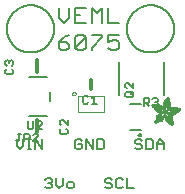
<source format=gbr>
G04 EAGLE Gerber RS-274X export*
G75*
%MOMM*%
%FSLAX34Y34*%
%LPD*%
%INSilkscreen Top*%
%IPPOS*%
%AMOC8*
5,1,8,0,0,1.08239X$1,22.5*%
G01*
%ADD10C,0.152400*%
%ADD11C,0.203200*%
%ADD12C,0.304800*%
%ADD13R,0.034300X0.003800*%
%ADD14R,0.057200X0.003800*%
%ADD15R,0.076200X0.003800*%
%ADD16R,0.091400X0.003800*%
%ADD17R,0.102900X0.003800*%
%ADD18R,0.114300X0.003900*%
%ADD19R,0.129500X0.003800*%
%ADD20R,0.137200X0.003800*%
%ADD21R,0.144800X0.003800*%
%ADD22R,0.152400X0.003800*%
%ADD23R,0.160000X0.003800*%
%ADD24R,0.171500X0.003800*%
%ADD25R,0.175300X0.003800*%
%ADD26R,0.182900X0.003800*%
%ADD27R,0.190500X0.003800*%
%ADD28R,0.194300X0.003900*%
%ADD29R,0.201900X0.003800*%
%ADD30R,0.209500X0.003800*%
%ADD31R,0.213400X0.003800*%
%ADD32R,0.221000X0.003800*%
%ADD33R,0.224800X0.003800*%
%ADD34R,0.232400X0.003800*%
%ADD35R,0.240000X0.003800*%
%ADD36R,0.243800X0.003800*%
%ADD37R,0.247600X0.003800*%
%ADD38R,0.255300X0.003900*%
%ADD39R,0.259100X0.003800*%
%ADD40R,0.262900X0.003800*%
%ADD41R,0.270500X0.003800*%
%ADD42R,0.274300X0.003800*%
%ADD43R,0.281900X0.003800*%
%ADD44R,0.285700X0.003800*%
%ADD45R,0.289500X0.003800*%
%ADD46R,0.297200X0.003800*%
%ADD47R,0.301000X0.003800*%
%ADD48R,0.304800X0.003900*%
%ADD49R,0.312400X0.003800*%
%ADD50R,0.316200X0.003800*%
%ADD51R,0.320000X0.003800*%
%ADD52R,0.327600X0.003800*%
%ADD53R,0.331500X0.003800*%
%ADD54R,0.339100X0.003800*%
%ADD55R,0.342900X0.003800*%
%ADD56R,0.346700X0.003800*%
%ADD57R,0.354300X0.003800*%
%ADD58R,0.358100X0.003900*%
%ADD59R,0.361900X0.003800*%
%ADD60R,0.369600X0.003800*%
%ADD61R,0.373400X0.003800*%
%ADD62R,0.377200X0.003800*%
%ADD63R,0.384800X0.003800*%
%ADD64R,0.388600X0.003800*%
%ADD65R,0.396200X0.003800*%
%ADD66R,0.400000X0.003800*%
%ADD67R,0.403800X0.003800*%
%ADD68R,0.411500X0.003900*%
%ADD69R,0.415300X0.003800*%
%ADD70R,0.419100X0.003800*%
%ADD71R,0.045700X0.003800*%
%ADD72R,0.426700X0.003800*%
%ADD73R,0.072400X0.003800*%
%ADD74R,0.430500X0.003800*%
%ADD75R,0.095300X0.003800*%
%ADD76R,0.438100X0.003800*%
%ADD77R,0.110500X0.003800*%
%ADD78R,0.441900X0.003800*%
%ADD79R,0.445800X0.003800*%
%ADD80R,0.144700X0.003800*%
%ADD81R,0.453400X0.003800*%
%ADD82R,0.457200X0.003800*%
%ADD83R,0.175300X0.003900*%
%ADD84R,0.461000X0.003900*%
%ADD85R,0.468600X0.003800*%
%ADD86R,0.205800X0.003800*%
%ADD87R,0.472400X0.003800*%
%ADD88R,0.217200X0.003800*%
%ADD89R,0.476200X0.003800*%
%ADD90R,0.483900X0.003800*%
%ADD91R,0.247700X0.003800*%
%ADD92R,0.487700X0.003800*%
%ADD93R,0.495300X0.003800*%
%ADD94R,0.499100X0.003800*%
%ADD95R,0.502900X0.003800*%
%ADD96R,0.510500X0.003800*%
%ADD97R,0.308600X0.003900*%
%ADD98R,0.514300X0.003900*%
%ADD99R,0.323800X0.003800*%
%ADD100R,0.518100X0.003800*%
%ADD101R,0.335300X0.003800*%
%ADD102R,0.525800X0.003800*%
%ADD103R,0.529600X0.003800*%
%ADD104R,0.358100X0.003800*%
%ADD105R,0.533400X0.003800*%
%ADD106R,0.537200X0.003800*%
%ADD107R,0.381000X0.003800*%
%ADD108R,0.544800X0.003800*%
%ADD109R,0.392400X0.003800*%
%ADD110R,0.548600X0.003800*%
%ADD111R,0.552400X0.003800*%
%ADD112R,0.556200X0.003800*%
%ADD113R,0.422900X0.003900*%
%ADD114R,0.560100X0.003900*%
%ADD115R,0.434300X0.003800*%
%ADD116R,0.563900X0.003800*%
%ADD117R,0.567700X0.003800*%
%ADD118R,0.461000X0.003800*%
%ADD119R,0.571500X0.003800*%
%ADD120R,0.575300X0.003800*%
%ADD121R,0.480100X0.003800*%
%ADD122R,0.579100X0.003800*%
%ADD123R,0.491500X0.003800*%
%ADD124R,0.582900X0.003800*%
%ADD125R,0.586700X0.003800*%
%ADD126R,0.510600X0.003800*%
%ADD127R,0.590500X0.003800*%
%ADD128R,0.522000X0.003800*%
%ADD129R,0.594300X0.003800*%
%ADD130R,0.533400X0.003900*%
%ADD131R,0.598200X0.003900*%
%ADD132R,0.541000X0.003800*%
%ADD133R,0.602000X0.003800*%
%ADD134R,0.552500X0.003800*%
%ADD135R,0.605800X0.003800*%
%ADD136R,0.560100X0.003800*%
%ADD137R,0.609600X0.003800*%
%ADD138R,0.613400X0.003800*%
%ADD139R,0.583000X0.003800*%
%ADD140R,0.617200X0.003800*%
%ADD141R,0.594400X0.003800*%
%ADD142R,0.621000X0.003800*%
%ADD143R,0.598200X0.003800*%
%ADD144R,0.624800X0.003800*%
%ADD145R,0.613500X0.003900*%
%ADD146R,0.628600X0.003900*%
%ADD147R,0.632400X0.003800*%
%ADD148R,0.628600X0.003800*%
%ADD149R,0.636300X0.003800*%
%ADD150R,0.640100X0.003800*%
%ADD151R,0.636200X0.003800*%
%ADD152R,0.643900X0.003800*%
%ADD153R,0.647700X0.003800*%
%ADD154R,0.651500X0.003800*%
%ADD155R,0.659100X0.003800*%
%ADD156R,0.659100X0.003900*%
%ADD157R,0.655300X0.003900*%
%ADD158R,0.662900X0.003800*%
%ADD159R,0.655300X0.003800*%
%ADD160R,0.670500X0.003800*%
%ADD161R,0.670600X0.003800*%
%ADD162R,0.674400X0.003800*%
%ADD163R,0.682000X0.003800*%
%ADD164R,0.666700X0.003800*%
%ADD165R,0.685800X0.003800*%
%ADD166R,0.689600X0.003800*%
%ADD167R,0.693400X0.003900*%
%ADD168R,0.674400X0.003900*%
%ADD169R,0.697200X0.003800*%
%ADD170R,0.678200X0.003800*%
%ADD171R,0.697300X0.003800*%
%ADD172R,0.701100X0.003800*%
%ADD173R,0.704900X0.003800*%
%ADD174R,0.708700X0.003800*%
%ADD175R,0.712500X0.003800*%
%ADD176R,0.716300X0.003800*%
%ADD177R,0.720100X0.003900*%
%ADD178R,0.689600X0.003900*%
%ADD179R,0.720000X0.003800*%
%ADD180R,0.693400X0.003800*%
%ADD181R,0.723900X0.003800*%
%ADD182R,0.727700X0.003800*%
%ADD183R,0.731500X0.003800*%
%ADD184R,0.701000X0.003800*%
%ADD185R,0.735300X0.003800*%
%ADD186R,0.731500X0.003900*%
%ADD187R,0.701000X0.003900*%
%ADD188R,0.704800X0.003800*%
%ADD189R,0.739100X0.003800*%
%ADD190R,0.743000X0.003800*%
%ADD191R,0.739200X0.003800*%
%ADD192R,0.743000X0.003900*%
%ADD193R,0.704800X0.003900*%
%ADD194R,0.746800X0.003800*%
%ADD195R,0.746800X0.003900*%
%ADD196R,0.742900X0.003800*%
%ADD197R,0.746700X0.003800*%
%ADD198R,0.746700X0.003900*%
%ADD199R,1.428800X0.003800*%
%ADD200R,1.424900X0.003800*%
%ADD201R,1.421100X0.003900*%
%ADD202R,1.421100X0.003800*%
%ADD203R,1.417300X0.003800*%
%ADD204R,1.413500X0.003800*%
%ADD205R,1.409700X0.003800*%
%ADD206R,1.405900X0.003800*%
%ADD207R,1.402100X0.003800*%
%ADD208R,1.398300X0.003800*%
%ADD209R,0.983000X0.003900*%
%ADD210R,0.384800X0.003900*%
%ADD211R,0.971600X0.003800*%
%ADD212R,0.963900X0.003800*%
%ADD213R,0.956300X0.003800*%
%ADD214R,0.365800X0.003800*%
%ADD215R,0.952500X0.003800*%
%ADD216R,0.941000X0.003800*%
%ADD217R,0.358200X0.003800*%
%ADD218R,0.937200X0.003800*%
%ADD219R,0.933400X0.003800*%
%ADD220R,0.354400X0.003800*%
%ADD221R,0.925800X0.003800*%
%ADD222R,0.350500X0.003800*%
%ADD223R,0.922000X0.003800*%
%ADD224R,0.918200X0.003900*%
%ADD225R,0.346700X0.003900*%
%ADD226R,0.910600X0.003800*%
%ADD227R,0.906800X0.003800*%
%ADD228R,0.903000X0.003800*%
%ADD229R,0.339000X0.003800*%
%ADD230R,0.895300X0.003800*%
%ADD231R,0.335200X0.003800*%
%ADD232R,0.887700X0.003800*%
%ADD233R,0.883900X0.003800*%
%ADD234R,0.331400X0.003800*%
%ADD235R,0.880100X0.003800*%
%ADD236R,0.876300X0.003800*%
%ADD237R,0.468600X0.003900*%
%ADD238R,0.396200X0.003900*%
%ADD239R,0.323800X0.003900*%
%ADD240R,0.449600X0.003800*%
%ADD241R,0.323900X0.003800*%
%ADD242R,0.442000X0.003800*%
%ADD243R,0.434400X0.003800*%
%ADD244R,0.320100X0.003800*%
%ADD245R,0.316300X0.003800*%
%ADD246R,0.426800X0.003800*%
%ADD247R,0.327700X0.003800*%
%ADD248R,0.312500X0.003800*%
%ADD249R,0.422900X0.003800*%
%ADD250R,0.308600X0.003800*%
%ADD251R,0.293400X0.003800*%
%ADD252R,0.304800X0.003800*%
%ADD253R,0.419100X0.003900*%
%ADD254R,0.285700X0.003900*%
%ADD255R,0.301000X0.003900*%
%ADD256R,0.411500X0.003800*%
%ADD257R,0.407700X0.003800*%
%ADD258R,0.289600X0.003800*%
%ADD259R,0.285800X0.003800*%
%ADD260R,0.403900X0.003800*%
%ADD261R,0.228600X0.003800*%
%ADD262R,0.403900X0.003900*%
%ADD263R,0.221000X0.003900*%
%ADD264R,0.278100X0.003900*%
%ADD265R,0.400100X0.003800*%
%ADD266R,0.209600X0.003800*%
%ADD267R,0.266700X0.003800*%
%ADD268R,0.038100X0.003800*%
%ADD269R,0.194300X0.003800*%
%ADD270R,0.148600X0.003800*%
%ADD271R,0.259000X0.003800*%
%ADD272R,0.182800X0.003800*%
%ADD273R,0.186700X0.003800*%
%ADD274R,0.251400X0.003800*%
%ADD275R,0.179100X0.003800*%
%ADD276R,0.236200X0.003800*%
%ADD277R,0.243900X0.003900*%
%ADD278R,0.282000X0.003900*%
%ADD279R,0.167700X0.003800*%
%ADD280R,0.236300X0.003800*%
%ADD281R,0.396300X0.003800*%
%ADD282R,0.163900X0.003800*%
%ADD283R,0.392500X0.003800*%
%ADD284R,0.160100X0.003800*%
%ADD285R,0.586800X0.003800*%
%ADD286R,0.148500X0.003800*%
%ADD287R,0.140900X0.003800*%
%ADD288R,0.392400X0.003900*%
%ADD289R,0.140900X0.003900*%
%ADD290R,0.647700X0.003900*%
%ADD291R,0.133300X0.003800*%
%ADD292R,0.674300X0.003800*%
%ADD293R,0.388700X0.003800*%
%ADD294R,0.125700X0.003800*%
%ADD295R,0.121900X0.003800*%
%ADD296R,0.720100X0.003800*%
%ADD297R,0.118100X0.003800*%
%ADD298R,0.118100X0.003900*%
%ADD299R,0.739100X0.003900*%
%ADD300R,0.114300X0.003800*%
%ADD301R,0.754400X0.003800*%
%ADD302R,0.765800X0.003800*%
%ADD303R,0.773400X0.003800*%
%ADD304R,0.784800X0.003800*%
%ADD305R,0.118200X0.003800*%
%ADD306R,0.792500X0.003800*%
%ADD307R,0.803900X0.003800*%
%ADD308R,0.122000X0.003800*%
%ADD309R,0.815400X0.003800*%
%ADD310R,0.125800X0.003800*%
%ADD311R,0.826800X0.003800*%
%ADD312R,0.369500X0.003900*%
%ADD313R,0.133400X0.003900*%
%ADD314R,0.842000X0.003900*%
%ADD315R,0.365700X0.003800*%
%ADD316R,1.009700X0.003800*%
%ADD317R,1.013500X0.003800*%
%ADD318R,0.362000X0.003800*%
%ADD319R,1.024900X0.003800*%
%ADD320R,1.028700X0.003800*%
%ADD321R,1.036300X0.003800*%
%ADD322R,1.047800X0.003800*%
%ADD323R,1.055400X0.003800*%
%ADD324R,1.070600X0.003800*%
%ADD325R,0.030500X0.003800*%
%ADD326R,1.436400X0.003800*%
%ADD327R,1.562100X0.003900*%
%ADD328R,1.588700X0.003800*%
%ADD329R,1.607800X0.003800*%
%ADD330R,1.626900X0.003800*%
%ADD331R,1.642100X0.003800*%
%ADD332R,1.657400X0.003800*%
%ADD333R,1.676400X0.003800*%
%ADD334R,1.687800X0.003800*%
%ADD335R,1.703000X0.003800*%
%ADD336R,1.714500X0.003800*%
%ADD337R,1.726000X0.003900*%
%ADD338R,1.741200X0.003800*%
%ADD339R,0.914400X0.003800*%
%ADD340R,0.769600X0.003800*%
%ADD341R,0.884000X0.003800*%
%ADD342R,0.712400X0.003800*%
%ADD343R,0.880100X0.003900*%
%ADD344R,0.887800X0.003800*%
%ADD345R,0.891600X0.003800*%
%ADD346R,0.895400X0.003800*%
%ADD347R,0.251500X0.003800*%
%ADD348R,0.579200X0.003900*%
%ADD349R,0.243900X0.003800*%
%ADD350R,0.556300X0.003800*%
%ADD351R,0.255200X0.003800*%
%ADD352R,0.529500X0.003800*%
%ADD353R,0.731600X0.003800*%
%ADD354R,0.525800X0.003900*%
%ADD355R,0.281900X0.003900*%
%ADD356R,0.735400X0.003900*%
%ADD357R,0.300900X0.003800*%
%ADD358R,0.762000X0.003800*%
%ADD359R,0.518200X0.003800*%
%ADD360R,0.350600X0.003800*%
%ADD361R,0.796300X0.003800*%
%ADD362R,0.807800X0.003800*%
%ADD363R,0.506700X0.003800*%
%ADD364R,0.849600X0.003800*%
%ADD365R,0.506700X0.003900*%
%ADD366R,1.371600X0.003900*%
%ADD367R,1.207800X0.003800*%
%ADD368R,0.503000X0.003800*%
%ADD369R,0.141000X0.003800*%
%ADD370R,1.203900X0.003800*%
%ADD371R,1.204000X0.003800*%
%ADD372R,1.200200X0.003800*%
%ADD373R,0.499100X0.003900*%
%ADD374R,0.156200X0.003900*%
%ADD375R,1.196400X0.003900*%
%ADD376R,1.196400X0.003800*%
%ADD377R,0.163800X0.003800*%
%ADD378R,0.167600X0.003800*%
%ADD379R,1.192500X0.003800*%
%ADD380R,0.499200X0.003800*%
%ADD381R,1.188700X0.003800*%
%ADD382R,0.506800X0.003800*%
%ADD383R,1.184900X0.003800*%
%ADD384R,0.510600X0.003900*%
%ADD385R,0.209600X0.003900*%
%ADD386R,1.181100X0.003900*%
%ADD387R,0.514400X0.003800*%
%ADD388R,1.181100X0.003800*%
%ADD389R,1.177300X0.003800*%
%ADD390R,0.240100X0.003800*%
%ADD391R,1.173500X0.003800*%
%ADD392R,1.169700X0.003800*%
%ADD393R,1.165900X0.003800*%
%ADD394R,1.162100X0.003800*%
%ADD395R,0.929700X0.003900*%
%ADD396R,1.162100X0.003900*%
%ADD397R,0.929700X0.003800*%
%ADD398R,1.154500X0.003800*%
%ADD399R,0.933500X0.003800*%
%ADD400R,1.150600X0.003800*%
%ADD401R,0.937300X0.003800*%
%ADD402R,1.146800X0.003800*%
%ADD403R,0.941100X0.003800*%
%ADD404R,1.139200X0.003800*%
%ADD405R,0.944900X0.003800*%
%ADD406R,1.135400X0.003800*%
%ADD407R,0.948700X0.003800*%
%ADD408R,1.127800X0.003800*%
%ADD409R,1.124000X0.003800*%
%ADD410R,1.116400X0.003800*%
%ADD411R,0.956300X0.003900*%
%ADD412R,1.104900X0.003900*%
%ADD413R,0.960100X0.003800*%
%ADD414R,1.093500X0.003800*%
%ADD415R,1.085900X0.003800*%
%ADD416R,0.967800X0.003800*%
%ADD417R,1.074500X0.003800*%
%ADD418R,1.063000X0.003800*%
%ADD419R,0.975400X0.003800*%
%ADD420R,1.036400X0.003800*%
%ADD421R,0.979200X0.003800*%
%ADD422R,1.021000X0.003800*%
%ADD423R,0.983000X0.003800*%
%ADD424R,1.009600X0.003800*%
%ADD425R,0.986800X0.003800*%
%ADD426R,0.998200X0.003800*%
%ADD427R,0.990600X0.003900*%
%ADD428R,0.986700X0.003900*%
%ADD429R,0.994400X0.003800*%
%ADD430R,0.975300X0.003800*%
%ADD431R,0.948600X0.003800*%
%ADD432R,1.002000X0.003800*%
%ADD433R,0.213300X0.003800*%
%ADD434R,0.217100X0.003800*%
%ADD435R,1.017300X0.003800*%
%ADD436R,0.666800X0.003800*%
%ADD437R,0.220900X0.003800*%
%ADD438R,1.028700X0.003900*%
%ADD439R,0.224700X0.003900*%
%ADD440R,1.032500X0.003800*%
%ADD441R,1.040100X0.003800*%
%ADD442R,1.043900X0.003800*%
%ADD443R,0.548700X0.003800*%
%ADD444R,1.051500X0.003800*%
%ADD445R,1.055300X0.003800*%
%ADD446R,1.059100X0.003800*%
%ADD447R,1.062900X0.003800*%
%ADD448R,0.255300X0.003800*%
%ADD449R,1.066800X0.003900*%
%ADD450R,0.259100X0.003900*%
%ADD451R,0.457200X0.003900*%
%ADD452R,0.423000X0.003800*%
%ADD453R,1.082100X0.003800*%
%ADD454R,0.274400X0.003800*%
%ADD455R,0.278200X0.003800*%
%ADD456R,1.101100X0.003800*%
%ADD457R,0.278100X0.003800*%
%ADD458R,0.876300X0.003900*%
%ADD459R,0.236200X0.003900*%
%ADD460R,0.289600X0.003900*%
%ADD461R,0.247700X0.003900*%
%ADD462R,0.049500X0.003800*%
%ADD463R,0.640100X0.003900*%
%ADD464R,0.659200X0.003800*%
%ADD465R,0.663000X0.003800*%
%ADD466R,0.872500X0.003900*%
%ADD467R,0.666800X0.003900*%
%ADD468R,0.872500X0.003800*%
%ADD469R,0.868700X0.003800*%
%ADD470R,0.864900X0.003800*%
%ADD471R,0.861100X0.003800*%
%ADD472R,0.857300X0.003800*%
%ADD473R,0.853400X0.003800*%
%ADD474R,0.845800X0.003800*%
%ADD475R,0.682000X0.003900*%
%ADD476R,0.842000X0.003800*%
%ADD477R,0.834400X0.003800*%
%ADD478R,0.823000X0.003800*%
%ADD479R,0.815300X0.003800*%
%ADD480R,0.811500X0.003800*%
%ADD481R,0.788700X0.003800*%
%ADD482R,0.777300X0.003900*%
%ADD483R,0.750600X0.003800*%
%ADD484R,0.735400X0.003800*%
%ADD485R,0.727800X0.003800*%
%ADD486R,0.628700X0.003800*%
%ADD487R,0.575400X0.003800*%
%ADD488R,0.670600X0.003900*%
%ADD489R,0.655400X0.003800*%
%ADD490R,0.651500X0.003900*%
%ADD491R,0.624800X0.003900*%
%ADD492R,0.594400X0.003900*%
%ADD493R,0.563900X0.003900*%
%ADD494R,0.541100X0.003800*%
%ADD495R,0.537300X0.003800*%
%ADD496R,0.525700X0.003800*%
%ADD497R,0.525700X0.003900*%
%ADD498R,0.514300X0.003800*%
%ADD499R,0.480100X0.003900*%
%ADD500R,0.464800X0.003800*%
%ADD501R,0.442000X0.003900*%
%ADD502R,0.438200X0.003800*%
%ADD503R,0.430600X0.003800*%
%ADD504R,0.407600X0.003800*%
%ADD505R,0.403800X0.003900*%
%ADD506R,0.365700X0.003900*%
%ADD507R,0.327700X0.003900*%
%ADD508R,0.243800X0.003900*%
%ADD509R,0.205800X0.003900*%
%ADD510R,0.198100X0.003800*%
%ADD511R,0.163800X0.003900*%
%ADD512R,0.137100X0.003800*%
%ADD513R,0.091500X0.003900*%
%ADD514R,0.060900X0.003800*%
%ADD515C,0.076200*%


D10*
X13688Y46235D02*
X13688Y40473D01*
X16570Y37592D01*
X19451Y40473D01*
X19451Y46235D01*
X23044Y37592D02*
X25925Y37592D01*
X24484Y37592D02*
X24484Y46235D01*
X23044Y46235D02*
X25925Y46235D01*
X29280Y46235D02*
X29280Y37592D01*
X35043Y37592D02*
X29280Y46235D01*
X35043Y46235D02*
X35043Y37592D01*
X38970Y13215D02*
X37529Y11775D01*
X38970Y13215D02*
X41851Y13215D01*
X43291Y11775D01*
X43291Y10334D01*
X41851Y8894D01*
X40410Y8894D01*
X41851Y8894D02*
X43291Y7453D01*
X43291Y6013D01*
X41851Y4572D01*
X38970Y4572D01*
X37529Y6013D01*
X46884Y7453D02*
X46884Y13215D01*
X46884Y7453D02*
X49766Y4572D01*
X52647Y7453D01*
X52647Y13215D01*
X57680Y4572D02*
X60561Y4572D01*
X62002Y6013D01*
X62002Y8894D01*
X60561Y10334D01*
X57680Y10334D01*
X56240Y8894D01*
X56240Y6013D01*
X57680Y4572D01*
X68691Y44795D02*
X67251Y46235D01*
X64370Y46235D01*
X62929Y44795D01*
X62929Y39033D01*
X64370Y37592D01*
X67251Y37592D01*
X68691Y39033D01*
X68691Y41914D01*
X65810Y41914D01*
X72284Y46235D02*
X72284Y37592D01*
X78047Y37592D02*
X72284Y46235D01*
X78047Y46235D02*
X78047Y37592D01*
X81640Y37592D02*
X81640Y46235D01*
X81640Y37592D02*
X85961Y37592D01*
X87402Y39033D01*
X87402Y44795D01*
X85961Y46235D01*
X81640Y46235D01*
X118051Y46235D02*
X119491Y44795D01*
X118051Y46235D02*
X115170Y46235D01*
X113729Y44795D01*
X113729Y43354D01*
X115170Y41914D01*
X118051Y41914D01*
X119491Y40473D01*
X119491Y39033D01*
X118051Y37592D01*
X115170Y37592D01*
X113729Y39033D01*
X123084Y37592D02*
X123084Y46235D01*
X123084Y37592D02*
X127406Y37592D01*
X128847Y39033D01*
X128847Y44795D01*
X127406Y46235D01*
X123084Y46235D01*
X132440Y43354D02*
X132440Y37592D01*
X132440Y43354D02*
X135321Y46235D01*
X138202Y43354D01*
X138202Y37592D01*
X138202Y41914D02*
X132440Y41914D01*
X94091Y11775D02*
X92651Y13215D01*
X89770Y13215D01*
X88329Y11775D01*
X88329Y10334D01*
X89770Y8894D01*
X92651Y8894D01*
X94091Y7453D01*
X94091Y6013D01*
X92651Y4572D01*
X89770Y4572D01*
X88329Y6013D01*
X102006Y13215D02*
X103447Y11775D01*
X102006Y13215D02*
X99125Y13215D01*
X97684Y11775D01*
X97684Y6013D01*
X99125Y4572D01*
X102006Y4572D01*
X103447Y6013D01*
X107040Y4572D02*
X107040Y13215D01*
X107040Y4572D02*
X112802Y4572D01*
D11*
X49150Y148932D02*
X49150Y157745D01*
X49150Y148932D02*
X53557Y144526D01*
X57963Y148932D01*
X57963Y157745D01*
X63183Y157745D02*
X71996Y157745D01*
X63183Y157745D02*
X63183Y144526D01*
X71996Y144526D01*
X67590Y151136D02*
X63183Y151136D01*
X77216Y144526D02*
X77216Y157745D01*
X81622Y153339D01*
X86029Y157745D01*
X86029Y144526D01*
X91249Y144526D02*
X91249Y157745D01*
X91249Y144526D02*
X100062Y144526D01*
X57963Y134885D02*
X53557Y132682D01*
X49150Y128276D01*
X49150Y123869D01*
X51354Y121666D01*
X55760Y121666D01*
X57963Y123869D01*
X57963Y126072D01*
X55760Y128276D01*
X49150Y128276D01*
X63183Y123869D02*
X63183Y132682D01*
X65386Y134885D01*
X69793Y134885D01*
X71996Y132682D01*
X71996Y123869D01*
X69793Y121666D01*
X65386Y121666D01*
X63183Y123869D01*
X71996Y132682D01*
X77216Y134885D02*
X86029Y134885D01*
X86029Y132682D01*
X77216Y123869D01*
X77216Y121666D01*
X91249Y134885D02*
X100062Y134885D01*
X91249Y134885D02*
X91249Y128276D01*
X95655Y130479D01*
X97858Y130479D01*
X100062Y128276D01*
X100062Y123869D01*
X97858Y121666D01*
X93452Y121666D01*
X91249Y123869D01*
X5400Y139700D02*
X5406Y140191D01*
X5424Y140681D01*
X5454Y141171D01*
X5496Y141660D01*
X5550Y142148D01*
X5616Y142635D01*
X5694Y143119D01*
X5784Y143602D01*
X5886Y144082D01*
X5999Y144560D01*
X6124Y145034D01*
X6261Y145506D01*
X6409Y145974D01*
X6569Y146438D01*
X6740Y146898D01*
X6922Y147354D01*
X7116Y147805D01*
X7320Y148251D01*
X7536Y148692D01*
X7762Y149128D01*
X7998Y149558D01*
X8245Y149982D01*
X8503Y150400D01*
X8771Y150811D01*
X9048Y151216D01*
X9336Y151614D01*
X9633Y152005D01*
X9940Y152388D01*
X10256Y152763D01*
X10581Y153131D01*
X10915Y153491D01*
X11258Y153842D01*
X11609Y154185D01*
X11969Y154519D01*
X12337Y154844D01*
X12712Y155160D01*
X13095Y155467D01*
X13486Y155764D01*
X13884Y156052D01*
X14289Y156329D01*
X14700Y156597D01*
X15118Y156855D01*
X15542Y157102D01*
X15972Y157338D01*
X16408Y157564D01*
X16849Y157780D01*
X17295Y157984D01*
X17746Y158178D01*
X18202Y158360D01*
X18662Y158531D01*
X19126Y158691D01*
X19594Y158839D01*
X20066Y158976D01*
X20540Y159101D01*
X21018Y159214D01*
X21498Y159316D01*
X21981Y159406D01*
X22465Y159484D01*
X22952Y159550D01*
X23440Y159604D01*
X23929Y159646D01*
X24419Y159676D01*
X24909Y159694D01*
X25400Y159700D01*
X25891Y159694D01*
X26381Y159676D01*
X26871Y159646D01*
X27360Y159604D01*
X27848Y159550D01*
X28335Y159484D01*
X28819Y159406D01*
X29302Y159316D01*
X29782Y159214D01*
X30260Y159101D01*
X30734Y158976D01*
X31206Y158839D01*
X31674Y158691D01*
X32138Y158531D01*
X32598Y158360D01*
X33054Y158178D01*
X33505Y157984D01*
X33951Y157780D01*
X34392Y157564D01*
X34828Y157338D01*
X35258Y157102D01*
X35682Y156855D01*
X36100Y156597D01*
X36511Y156329D01*
X36916Y156052D01*
X37314Y155764D01*
X37705Y155467D01*
X38088Y155160D01*
X38463Y154844D01*
X38831Y154519D01*
X39191Y154185D01*
X39542Y153842D01*
X39885Y153491D01*
X40219Y153131D01*
X40544Y152763D01*
X40860Y152388D01*
X41167Y152005D01*
X41464Y151614D01*
X41752Y151216D01*
X42029Y150811D01*
X42297Y150400D01*
X42555Y149982D01*
X42802Y149558D01*
X43038Y149128D01*
X43264Y148692D01*
X43480Y148251D01*
X43684Y147805D01*
X43878Y147354D01*
X44060Y146898D01*
X44231Y146438D01*
X44391Y145974D01*
X44539Y145506D01*
X44676Y145034D01*
X44801Y144560D01*
X44914Y144082D01*
X45016Y143602D01*
X45106Y143119D01*
X45184Y142635D01*
X45250Y142148D01*
X45304Y141660D01*
X45346Y141171D01*
X45376Y140681D01*
X45394Y140191D01*
X45400Y139700D01*
X45394Y139209D01*
X45376Y138719D01*
X45346Y138229D01*
X45304Y137740D01*
X45250Y137252D01*
X45184Y136765D01*
X45106Y136281D01*
X45016Y135798D01*
X44914Y135318D01*
X44801Y134840D01*
X44676Y134366D01*
X44539Y133894D01*
X44391Y133426D01*
X44231Y132962D01*
X44060Y132502D01*
X43878Y132046D01*
X43684Y131595D01*
X43480Y131149D01*
X43264Y130708D01*
X43038Y130272D01*
X42802Y129842D01*
X42555Y129418D01*
X42297Y129000D01*
X42029Y128589D01*
X41752Y128184D01*
X41464Y127786D01*
X41167Y127395D01*
X40860Y127012D01*
X40544Y126637D01*
X40219Y126269D01*
X39885Y125909D01*
X39542Y125558D01*
X39191Y125215D01*
X38831Y124881D01*
X38463Y124556D01*
X38088Y124240D01*
X37705Y123933D01*
X37314Y123636D01*
X36916Y123348D01*
X36511Y123071D01*
X36100Y122803D01*
X35682Y122545D01*
X35258Y122298D01*
X34828Y122062D01*
X34392Y121836D01*
X33951Y121620D01*
X33505Y121416D01*
X33054Y121222D01*
X32598Y121040D01*
X32138Y120869D01*
X31674Y120709D01*
X31206Y120561D01*
X30734Y120424D01*
X30260Y120299D01*
X29782Y120186D01*
X29302Y120084D01*
X28819Y119994D01*
X28335Y119916D01*
X27848Y119850D01*
X27360Y119796D01*
X26871Y119754D01*
X26381Y119724D01*
X25891Y119706D01*
X25400Y119700D01*
X24909Y119706D01*
X24419Y119724D01*
X23929Y119754D01*
X23440Y119796D01*
X22952Y119850D01*
X22465Y119916D01*
X21981Y119994D01*
X21498Y120084D01*
X21018Y120186D01*
X20540Y120299D01*
X20066Y120424D01*
X19594Y120561D01*
X19126Y120709D01*
X18662Y120869D01*
X18202Y121040D01*
X17746Y121222D01*
X17295Y121416D01*
X16849Y121620D01*
X16408Y121836D01*
X15972Y122062D01*
X15542Y122298D01*
X15118Y122545D01*
X14700Y122803D01*
X14289Y123071D01*
X13884Y123348D01*
X13486Y123636D01*
X13095Y123933D01*
X12712Y124240D01*
X12337Y124556D01*
X11969Y124881D01*
X11609Y125215D01*
X11258Y125558D01*
X10915Y125909D01*
X10581Y126269D01*
X10256Y126637D01*
X9940Y127012D01*
X9633Y127395D01*
X9336Y127786D01*
X9048Y128184D01*
X8771Y128589D01*
X8503Y129000D01*
X8245Y129418D01*
X7998Y129842D01*
X7762Y130272D01*
X7536Y130708D01*
X7320Y131149D01*
X7116Y131595D01*
X6922Y132046D01*
X6740Y132502D01*
X6569Y132962D01*
X6409Y133426D01*
X6261Y133894D01*
X6124Y134366D01*
X5999Y134840D01*
X5886Y135318D01*
X5784Y135798D01*
X5694Y136281D01*
X5616Y136765D01*
X5550Y137252D01*
X5496Y137740D01*
X5454Y138229D01*
X5424Y138719D01*
X5406Y139209D01*
X5400Y139700D01*
X107000Y139700D02*
X107006Y140191D01*
X107024Y140681D01*
X107054Y141171D01*
X107096Y141660D01*
X107150Y142148D01*
X107216Y142635D01*
X107294Y143119D01*
X107384Y143602D01*
X107486Y144082D01*
X107599Y144560D01*
X107724Y145034D01*
X107861Y145506D01*
X108009Y145974D01*
X108169Y146438D01*
X108340Y146898D01*
X108522Y147354D01*
X108716Y147805D01*
X108920Y148251D01*
X109136Y148692D01*
X109362Y149128D01*
X109598Y149558D01*
X109845Y149982D01*
X110103Y150400D01*
X110371Y150811D01*
X110648Y151216D01*
X110936Y151614D01*
X111233Y152005D01*
X111540Y152388D01*
X111856Y152763D01*
X112181Y153131D01*
X112515Y153491D01*
X112858Y153842D01*
X113209Y154185D01*
X113569Y154519D01*
X113937Y154844D01*
X114312Y155160D01*
X114695Y155467D01*
X115086Y155764D01*
X115484Y156052D01*
X115889Y156329D01*
X116300Y156597D01*
X116718Y156855D01*
X117142Y157102D01*
X117572Y157338D01*
X118008Y157564D01*
X118449Y157780D01*
X118895Y157984D01*
X119346Y158178D01*
X119802Y158360D01*
X120262Y158531D01*
X120726Y158691D01*
X121194Y158839D01*
X121666Y158976D01*
X122140Y159101D01*
X122618Y159214D01*
X123098Y159316D01*
X123581Y159406D01*
X124065Y159484D01*
X124552Y159550D01*
X125040Y159604D01*
X125529Y159646D01*
X126019Y159676D01*
X126509Y159694D01*
X127000Y159700D01*
X127491Y159694D01*
X127981Y159676D01*
X128471Y159646D01*
X128960Y159604D01*
X129448Y159550D01*
X129935Y159484D01*
X130419Y159406D01*
X130902Y159316D01*
X131382Y159214D01*
X131860Y159101D01*
X132334Y158976D01*
X132806Y158839D01*
X133274Y158691D01*
X133738Y158531D01*
X134198Y158360D01*
X134654Y158178D01*
X135105Y157984D01*
X135551Y157780D01*
X135992Y157564D01*
X136428Y157338D01*
X136858Y157102D01*
X137282Y156855D01*
X137700Y156597D01*
X138111Y156329D01*
X138516Y156052D01*
X138914Y155764D01*
X139305Y155467D01*
X139688Y155160D01*
X140063Y154844D01*
X140431Y154519D01*
X140791Y154185D01*
X141142Y153842D01*
X141485Y153491D01*
X141819Y153131D01*
X142144Y152763D01*
X142460Y152388D01*
X142767Y152005D01*
X143064Y151614D01*
X143352Y151216D01*
X143629Y150811D01*
X143897Y150400D01*
X144155Y149982D01*
X144402Y149558D01*
X144638Y149128D01*
X144864Y148692D01*
X145080Y148251D01*
X145284Y147805D01*
X145478Y147354D01*
X145660Y146898D01*
X145831Y146438D01*
X145991Y145974D01*
X146139Y145506D01*
X146276Y145034D01*
X146401Y144560D01*
X146514Y144082D01*
X146616Y143602D01*
X146706Y143119D01*
X146784Y142635D01*
X146850Y142148D01*
X146904Y141660D01*
X146946Y141171D01*
X146976Y140681D01*
X146994Y140191D01*
X147000Y139700D01*
X146994Y139209D01*
X146976Y138719D01*
X146946Y138229D01*
X146904Y137740D01*
X146850Y137252D01*
X146784Y136765D01*
X146706Y136281D01*
X146616Y135798D01*
X146514Y135318D01*
X146401Y134840D01*
X146276Y134366D01*
X146139Y133894D01*
X145991Y133426D01*
X145831Y132962D01*
X145660Y132502D01*
X145478Y132046D01*
X145284Y131595D01*
X145080Y131149D01*
X144864Y130708D01*
X144638Y130272D01*
X144402Y129842D01*
X144155Y129418D01*
X143897Y129000D01*
X143629Y128589D01*
X143352Y128184D01*
X143064Y127786D01*
X142767Y127395D01*
X142460Y127012D01*
X142144Y126637D01*
X141819Y126269D01*
X141485Y125909D01*
X141142Y125558D01*
X140791Y125215D01*
X140431Y124881D01*
X140063Y124556D01*
X139688Y124240D01*
X139305Y123933D01*
X138914Y123636D01*
X138516Y123348D01*
X138111Y123071D01*
X137700Y122803D01*
X137282Y122545D01*
X136858Y122298D01*
X136428Y122062D01*
X135992Y121836D01*
X135551Y121620D01*
X135105Y121416D01*
X134654Y121222D01*
X134198Y121040D01*
X133738Y120869D01*
X133274Y120709D01*
X132806Y120561D01*
X132334Y120424D01*
X131860Y120299D01*
X131382Y120186D01*
X130902Y120084D01*
X130419Y119994D01*
X129935Y119916D01*
X129448Y119850D01*
X128960Y119796D01*
X128471Y119754D01*
X127981Y119724D01*
X127491Y119706D01*
X127000Y119700D01*
X126509Y119706D01*
X126019Y119724D01*
X125529Y119754D01*
X125040Y119796D01*
X124552Y119850D01*
X124065Y119916D01*
X123581Y119994D01*
X123098Y120084D01*
X122618Y120186D01*
X122140Y120299D01*
X121666Y120424D01*
X121194Y120561D01*
X120726Y120709D01*
X120262Y120869D01*
X119802Y121040D01*
X119346Y121222D01*
X118895Y121416D01*
X118449Y121620D01*
X118008Y121836D01*
X117572Y122062D01*
X117142Y122298D01*
X116718Y122545D01*
X116300Y122803D01*
X115889Y123071D01*
X115484Y123348D01*
X115086Y123636D01*
X114695Y123933D01*
X114312Y124240D01*
X113937Y124556D01*
X113569Y124881D01*
X113209Y125215D01*
X112858Y125558D01*
X112515Y125909D01*
X112181Y126269D01*
X111856Y126637D01*
X111540Y127012D01*
X111233Y127395D01*
X110936Y127786D01*
X110648Y128184D01*
X110371Y128589D01*
X110103Y129000D01*
X109845Y129418D01*
X109598Y129842D01*
X109362Y130272D01*
X109136Y130708D01*
X108920Y131149D01*
X108716Y131595D01*
X108522Y132046D01*
X108340Y132502D01*
X108169Y132962D01*
X108009Y133426D01*
X107861Y133894D01*
X107724Y134366D01*
X107599Y134840D01*
X107486Y135318D01*
X107384Y135798D01*
X107294Y136281D01*
X107216Y136765D01*
X107150Y137252D01*
X107096Y137740D01*
X107054Y138229D01*
X107024Y138719D01*
X107006Y139209D01*
X107000Y139700D01*
D12*
X30480Y62230D02*
X30480Y52070D01*
D10*
X50286Y53869D02*
X51388Y54970D01*
X50286Y53869D02*
X50286Y51665D01*
X51388Y50564D01*
X55794Y50564D01*
X56896Y51665D01*
X56896Y53869D01*
X55794Y54970D01*
X56896Y58048D02*
X56896Y62454D01*
X56896Y58048D02*
X52490Y62454D01*
X51388Y62454D01*
X50286Y61353D01*
X50286Y59149D01*
X51388Y58048D01*
D11*
X39750Y99050D02*
X23750Y99050D01*
X23750Y66050D02*
X39750Y66050D01*
X42250Y78550D02*
X42250Y86550D01*
D10*
X23164Y61474D02*
X23164Y55966D01*
X24265Y54864D01*
X26469Y54864D01*
X27570Y55966D01*
X27570Y61474D01*
X30648Y54864D02*
X35054Y54864D01*
X30648Y54864D02*
X35054Y59270D01*
X35054Y60372D01*
X33953Y61474D01*
X31749Y61474D01*
X30648Y60372D01*
D12*
X30480Y102870D02*
X30480Y113030D01*
D10*
X5160Y105498D02*
X4058Y104397D01*
X4058Y102194D01*
X5160Y101092D01*
X9566Y101092D01*
X10668Y102194D01*
X10668Y104397D01*
X9566Y105498D01*
X5160Y108576D02*
X4058Y109678D01*
X4058Y111881D01*
X5160Y112983D01*
X6262Y112983D01*
X7363Y111881D01*
X7363Y110779D01*
X7363Y111881D02*
X8465Y112983D01*
X9566Y112983D01*
X10668Y111881D01*
X10668Y109678D01*
X9566Y108576D01*
D12*
X76200Y96710D02*
X76200Y88710D01*
D10*
X72919Y83064D02*
X74020Y81962D01*
X72919Y83064D02*
X70715Y83064D01*
X69614Y81962D01*
X69614Y77556D01*
X70715Y76454D01*
X72919Y76454D01*
X74020Y77556D01*
X77098Y80860D02*
X79301Y83064D01*
X79301Y76454D01*
X77098Y76454D02*
X81504Y76454D01*
D13*
X145339Y57150D03*
D14*
X145339Y57188D03*
D15*
X145320Y57226D03*
D16*
X145320Y57264D03*
D17*
X145339Y57302D03*
D18*
X145320Y57341D03*
D19*
X145320Y57379D03*
D20*
X145320Y57417D03*
D21*
X145320Y57455D03*
D22*
X145282Y57493D03*
D23*
X145282Y57531D03*
D24*
X145263Y57569D03*
D25*
X145244Y57607D03*
D26*
X145244Y57645D03*
D27*
X145206Y57683D03*
D28*
X145187Y57722D03*
D29*
X145187Y57760D03*
D30*
X145149Y57798D03*
D31*
X145129Y57836D03*
D32*
X145091Y57874D03*
D33*
X145072Y57912D03*
D34*
X145072Y57950D03*
D35*
X145034Y57988D03*
D36*
X145015Y58026D03*
D37*
X144996Y58064D03*
D38*
X144958Y58103D03*
D39*
X144939Y58141D03*
D40*
X144920Y58179D03*
D41*
X144882Y58217D03*
D42*
X144863Y58255D03*
D43*
X144825Y58293D03*
D44*
X144806Y58331D03*
D45*
X144787Y58369D03*
D46*
X144748Y58407D03*
D47*
X144729Y58445D03*
D48*
X144710Y58484D03*
D49*
X144672Y58522D03*
D50*
X144653Y58560D03*
D51*
X144634Y58598D03*
D52*
X144596Y58636D03*
D53*
X144577Y58674D03*
D54*
X144539Y58712D03*
D55*
X144520Y58750D03*
D56*
X144501Y58788D03*
D57*
X144463Y58826D03*
D58*
X144444Y58865D03*
D59*
X144425Y58903D03*
D60*
X144386Y58941D03*
D61*
X144367Y58979D03*
D62*
X144348Y59017D03*
D63*
X144310Y59055D03*
D64*
X144291Y59093D03*
D65*
X144253Y59131D03*
D66*
X144234Y59169D03*
D67*
X144215Y59207D03*
D68*
X144177Y59246D03*
D69*
X144158Y59284D03*
D70*
X144139Y59322D03*
D71*
X131376Y59360D03*
D72*
X144101Y59360D03*
D73*
X131394Y59398D03*
D74*
X144082Y59398D03*
D75*
X131433Y59436D03*
D76*
X144044Y59436D03*
D77*
X131471Y59474D03*
D78*
X144025Y59474D03*
D19*
X131490Y59512D03*
D79*
X144005Y59512D03*
D80*
X131528Y59550D03*
D81*
X143967Y59550D03*
D23*
X131566Y59588D03*
D82*
X143948Y59588D03*
D83*
X131604Y59627D03*
D84*
X143929Y59627D03*
D27*
X131642Y59665D03*
D85*
X143891Y59665D03*
D86*
X131680Y59703D03*
D87*
X143872Y59703D03*
D88*
X131737Y59741D03*
D89*
X143853Y59741D03*
D34*
X131775Y59779D03*
D90*
X143815Y59779D03*
D91*
X131814Y59817D03*
D92*
X143796Y59817D03*
D39*
X131871Y59855D03*
D93*
X143758Y59855D03*
D42*
X131909Y59893D03*
D94*
X143739Y59893D03*
D44*
X131966Y59931D03*
D95*
X143720Y59931D03*
D46*
X132023Y59969D03*
D96*
X143682Y59969D03*
D97*
X132080Y60008D03*
D98*
X143663Y60008D03*
D99*
X132118Y60046D03*
D100*
X143644Y60046D03*
D101*
X132176Y60084D03*
D102*
X143605Y60084D03*
D56*
X132233Y60122D03*
D103*
X143586Y60122D03*
D104*
X132290Y60160D03*
D105*
X143567Y60160D03*
D60*
X132347Y60198D03*
D106*
X143548Y60198D03*
D107*
X132404Y60236D03*
D108*
X143510Y60236D03*
D109*
X132461Y60274D03*
D110*
X143491Y60274D03*
D67*
X132518Y60312D03*
D111*
X143472Y60312D03*
D69*
X132576Y60350D03*
D112*
X143453Y60350D03*
D113*
X132652Y60389D03*
D114*
X143434Y60389D03*
D115*
X132709Y60427D03*
D116*
X143415Y60427D03*
D79*
X132766Y60465D03*
D117*
X143396Y60465D03*
D118*
X132842Y60503D03*
D119*
X143377Y60503D03*
D87*
X132899Y60541D03*
D120*
X143358Y60541D03*
D121*
X132976Y60579D03*
D122*
X143339Y60579D03*
D123*
X133033Y60617D03*
D124*
X143320Y60617D03*
D95*
X133090Y60655D03*
D125*
X143301Y60655D03*
D126*
X133166Y60693D03*
D127*
X143282Y60693D03*
D128*
X133223Y60731D03*
D129*
X143263Y60731D03*
D130*
X133280Y60770D03*
D131*
X143243Y60770D03*
D132*
X133356Y60808D03*
D133*
X143224Y60808D03*
D134*
X133414Y60846D03*
D135*
X143205Y60846D03*
D136*
X133452Y60884D03*
D135*
X143205Y60884D03*
D119*
X133509Y60922D03*
D137*
X143186Y60922D03*
D120*
X133566Y60960D03*
D138*
X143167Y60960D03*
D139*
X133604Y60998D03*
D140*
X143148Y60998D03*
D141*
X133661Y61036D03*
D142*
X143129Y61036D03*
D143*
X133718Y61074D03*
D142*
X143129Y61074D03*
D135*
X133756Y61112D03*
D144*
X143110Y61112D03*
D145*
X133795Y61151D03*
D146*
X143091Y61151D03*
D138*
X133833Y61189D03*
D147*
X143072Y61189D03*
D142*
X133871Y61227D03*
D147*
X143072Y61227D03*
D148*
X133909Y61265D03*
D149*
X143053Y61265D03*
D147*
X133966Y61303D03*
D150*
X143034Y61303D03*
D151*
X133985Y61341D03*
D152*
X143015Y61341D03*
X134024Y61379D03*
X143015Y61379D03*
D153*
X134081Y61417D03*
X142996Y61417D03*
D154*
X134100Y61455D03*
X142977Y61455D03*
D155*
X134138Y61493D03*
D154*
X142977Y61493D03*
D156*
X134176Y61532D03*
D157*
X142958Y61532D03*
D158*
X134195Y61570D03*
D159*
X142958Y61570D03*
D160*
X134233Y61608D03*
D155*
X142939Y61608D03*
D161*
X134271Y61646D03*
D158*
X142920Y61646D03*
D162*
X134290Y61684D03*
D158*
X142920Y61684D03*
D163*
X134328Y61722D03*
D164*
X142901Y61722D03*
D163*
X134366Y61760D03*
D164*
X142901Y61760D03*
D165*
X134385Y61798D03*
D160*
X142882Y61798D03*
D166*
X134404Y61836D03*
D160*
X142882Y61836D03*
D166*
X134442Y61874D03*
D162*
X142862Y61874D03*
D167*
X134461Y61913D03*
D168*
X142862Y61913D03*
D169*
X134480Y61951D03*
D170*
X142843Y61951D03*
D171*
X134519Y61989D03*
D170*
X142843Y61989D03*
D172*
X134538Y62027D03*
D170*
X142843Y62027D03*
D173*
X134557Y62065D03*
D163*
X142824Y62065D03*
D173*
X134595Y62103D03*
D163*
X142824Y62103D03*
D174*
X134614Y62141D03*
D165*
X142805Y62141D03*
D175*
X134633Y62179D03*
D165*
X142805Y62179D03*
D175*
X134671Y62217D03*
D165*
X142805Y62217D03*
D176*
X134690Y62255D03*
D166*
X142786Y62255D03*
D177*
X134709Y62294D03*
D178*
X142786Y62294D03*
D179*
X134747Y62332D03*
D180*
X142767Y62332D03*
D181*
X134767Y62370D03*
D180*
X142767Y62370D03*
D181*
X134767Y62408D03*
D180*
X142767Y62408D03*
D181*
X134805Y62446D03*
D180*
X142767Y62446D03*
D182*
X134824Y62484D03*
D169*
X142748Y62484D03*
D183*
X134843Y62522D03*
D169*
X142748Y62522D03*
D182*
X134862Y62560D03*
D169*
X142748Y62560D03*
D183*
X134881Y62598D03*
D184*
X142729Y62598D03*
D185*
X134900Y62636D03*
D184*
X142729Y62636D03*
D186*
X134919Y62675D03*
D187*
X142729Y62675D03*
D185*
X134938Y62713D03*
D184*
X142729Y62713D03*
D185*
X134938Y62751D03*
D188*
X142710Y62751D03*
D185*
X134976Y62789D03*
D184*
X142691Y62789D03*
D189*
X134995Y62827D03*
D184*
X142691Y62827D03*
D189*
X134995Y62865D03*
D184*
X142691Y62865D03*
D189*
X135033Y62903D03*
D184*
X142691Y62903D03*
D189*
X135033Y62941D03*
D184*
X142691Y62941D03*
D190*
X135052Y62979D03*
D188*
X142672Y62979D03*
D191*
X135071Y63017D03*
D188*
X142672Y63017D03*
D192*
X135090Y63056D03*
D193*
X142672Y63056D03*
D190*
X135090Y63094D03*
D188*
X142672Y63094D03*
D190*
X135128Y63132D03*
D188*
X142672Y63132D03*
D190*
X135128Y63170D03*
D188*
X142672Y63170D03*
D190*
X135128Y63208D03*
D188*
X142672Y63208D03*
D190*
X135166Y63246D03*
D184*
X142653Y63246D03*
D190*
X135166Y63284D03*
D184*
X142653Y63284D03*
D194*
X135185Y63322D03*
D184*
X142653Y63322D03*
D190*
X135204Y63360D03*
D184*
X142653Y63360D03*
D190*
X135204Y63398D03*
D184*
X142653Y63398D03*
D195*
X135223Y63437D03*
D187*
X142653Y63437D03*
D196*
X135243Y63475D03*
D184*
X142653Y63475D03*
D196*
X135243Y63513D03*
D169*
X142634Y63513D03*
D197*
X135262Y63551D03*
D169*
X142634Y63551D03*
D196*
X135281Y63589D03*
D169*
X142634Y63589D03*
D196*
X135281Y63627D03*
D169*
X142634Y63627D03*
D196*
X135281Y63665D03*
D169*
X142634Y63665D03*
D197*
X135300Y63703D03*
D180*
X142615Y63703D03*
D196*
X135319Y63741D03*
D180*
X142615Y63741D03*
D196*
X135319Y63779D03*
D180*
X142615Y63779D03*
D198*
X135338Y63818D03*
D167*
X142615Y63818D03*
D196*
X135357Y63856D03*
D166*
X142596Y63856D03*
D196*
X135357Y63894D03*
D166*
X142596Y63894D03*
D197*
X135376Y63932D03*
D166*
X142596Y63932D03*
D196*
X135395Y63970D03*
D166*
X142596Y63970D03*
D196*
X135395Y64008D03*
D165*
X142577Y64008D03*
D196*
X135395Y64046D03*
D165*
X142577Y64046D03*
D199*
X138862Y64084D03*
X138862Y64122D03*
D200*
X138843Y64160D03*
D201*
X138862Y64199D03*
D202*
X138862Y64237D03*
D203*
X138843Y64275D03*
D204*
X138862Y64313D03*
X138862Y64351D03*
D205*
X138843Y64389D03*
D206*
X138862Y64427D03*
X138862Y64465D03*
D207*
X138843Y64503D03*
D208*
X138862Y64541D03*
D209*
X136785Y64580D03*
D210*
X143891Y64580D03*
D211*
X136728Y64618D03*
D62*
X143929Y64618D03*
D212*
X136729Y64656D03*
D61*
X143948Y64656D03*
D213*
X136691Y64694D03*
D214*
X143948Y64694D03*
D215*
X136672Y64732D03*
D214*
X143948Y64732D03*
D216*
X136652Y64770D03*
D217*
X143948Y64770D03*
D218*
X136633Y64808D03*
D217*
X143948Y64808D03*
D219*
X136614Y64846D03*
D220*
X143929Y64846D03*
D221*
X136614Y64884D03*
D222*
X143949Y64884D03*
D223*
X136595Y64922D03*
D56*
X143930Y64922D03*
D224*
X136576Y64961D03*
D225*
X143930Y64961D03*
D226*
X136576Y64999D03*
D55*
X143911Y64999D03*
D227*
X136557Y65037D03*
D55*
X143911Y65037D03*
D228*
X136538Y65075D03*
D229*
X143891Y65075D03*
D230*
X136538Y65113D03*
D229*
X143891Y65113D03*
D230*
X136538Y65151D03*
D231*
X143872Y65151D03*
D232*
X136538Y65189D03*
D231*
X143872Y65189D03*
D233*
X136519Y65227D03*
D234*
X143853Y65227D03*
D235*
X136500Y65265D03*
D52*
X143834Y65265D03*
D236*
X136519Y65303D03*
D52*
X143834Y65303D03*
D237*
X134480Y65342D03*
D238*
X138881Y65342D03*
D239*
X143815Y65342D03*
D240*
X134423Y65380D03*
D60*
X138976Y65380D03*
D241*
X143777Y65380D03*
D242*
X134385Y65418D03*
D104*
X139034Y65418D03*
D241*
X143777Y65418D03*
D243*
X134385Y65456D03*
D56*
X139053Y65456D03*
D244*
X143758Y65456D03*
D243*
X134385Y65494D03*
D101*
X139072Y65494D03*
D245*
X143739Y65494D03*
D246*
X134385Y65532D03*
D247*
X139110Y65532D03*
D248*
X143720Y65532D03*
D246*
X134385Y65570D03*
D245*
X139129Y65570D03*
D248*
X143720Y65570D03*
D249*
X134405Y65608D03*
D250*
X139167Y65608D03*
D248*
X143682Y65608D03*
D249*
X134405Y65646D03*
D47*
X139167Y65646D03*
D250*
X143662Y65646D03*
D70*
X134424Y65684D03*
D251*
X139205Y65684D03*
D252*
X143643Y65684D03*
D253*
X134424Y65723D03*
D254*
X139205Y65723D03*
D255*
X143624Y65723D03*
D69*
X134443Y65761D03*
D42*
X139224Y65761D03*
D47*
X143586Y65761D03*
D69*
X134443Y65799D03*
D41*
X139243Y65799D03*
D46*
X143567Y65799D03*
D256*
X134462Y65837D03*
D40*
X139243Y65837D03*
D251*
X143548Y65837D03*
D256*
X134462Y65875D03*
D39*
X139262Y65875D03*
D251*
X143510Y65875D03*
D257*
X134481Y65913D03*
D37*
X139281Y65913D03*
D258*
X143491Y65913D03*
D257*
X134519Y65951D03*
D36*
X139300Y65951D03*
D259*
X143472Y65951D03*
D257*
X134519Y65989D03*
D35*
X139319Y65989D03*
D259*
X143434Y65989D03*
D260*
X134538Y66027D03*
D34*
X139319Y66027D03*
D43*
X143415Y66027D03*
D257*
X134557Y66065D03*
D261*
X139338Y66065D03*
D43*
X143377Y66065D03*
D262*
X134576Y66104D03*
D263*
X139338Y66104D03*
D264*
X143358Y66104D03*
D265*
X134595Y66142D03*
D88*
X139357Y66142D03*
D41*
X143320Y66142D03*
D260*
X134614Y66180D03*
D266*
X139357Y66180D03*
D41*
X143282Y66180D03*
D265*
X134633Y66218D03*
D86*
X139376Y66218D03*
D267*
X143263Y66218D03*
D268*
X145739Y66218D03*
D66*
X134671Y66256D03*
D29*
X139396Y66256D03*
D40*
X143206Y66256D03*
D77*
X145758Y66256D03*
D66*
X134671Y66294D03*
D269*
X139396Y66294D03*
D39*
X143187Y66294D03*
D270*
X145758Y66294D03*
D66*
X134709Y66332D03*
D27*
X139415Y66332D03*
D271*
X143148Y66332D03*
D272*
X145777Y66332D03*
D65*
X134728Y66370D03*
D273*
X139434Y66370D03*
D274*
X143110Y66370D03*
D31*
X145777Y66370D03*
D65*
X134766Y66408D03*
D275*
X139434Y66408D03*
D274*
X143072Y66408D03*
D276*
X145777Y66408D03*
D66*
X134785Y66446D03*
D275*
X139434Y66446D03*
D36*
X143034Y66446D03*
D271*
X145777Y66446D03*
D238*
X134804Y66485D03*
D83*
X139453Y66485D03*
D277*
X142996Y66485D03*
D278*
X145777Y66485D03*
D65*
X134842Y66523D03*
D279*
X139453Y66523D03*
D280*
X142958Y66523D03*
D47*
X145796Y66523D03*
D281*
X134881Y66561D03*
D282*
X139472Y66561D03*
D280*
X142920Y66561D03*
D51*
X145777Y66561D03*
D283*
X134900Y66599D03*
D284*
X139491Y66599D03*
D261*
X142881Y66599D03*
D55*
X145777Y66599D03*
D281*
X134919Y66637D03*
D284*
X139491Y66637D03*
D285*
X144634Y66637D03*
D281*
X134957Y66675D03*
D22*
X139490Y66675D03*
D143*
X144653Y66675D03*
D283*
X134976Y66713D03*
D286*
X139510Y66713D03*
D135*
X144691Y66713D03*
D109*
X135014Y66751D03*
D286*
X139510Y66751D03*
D142*
X144729Y66751D03*
D109*
X135052Y66789D03*
D80*
X139529Y66789D03*
D144*
X144748Y66789D03*
D109*
X135090Y66827D03*
D287*
X139548Y66827D03*
D149*
X144768Y66827D03*
D288*
X135128Y66866D03*
D289*
X139548Y66866D03*
D290*
X144787Y66866D03*
D64*
X135147Y66904D03*
D291*
X139548Y66904D03*
D159*
X144825Y66904D03*
D64*
X135185Y66942D03*
D291*
X139548Y66942D03*
D164*
X144844Y66942D03*
D64*
X135223Y66980D03*
D19*
X139567Y66980D03*
D292*
X144844Y66980D03*
D64*
X135261Y67018D03*
D19*
X139567Y67018D03*
D165*
X144863Y67018D03*
D293*
X135300Y67056D03*
D294*
X139586Y67056D03*
D180*
X144901Y67056D03*
D293*
X135338Y67094D03*
D294*
X139586Y67094D03*
D172*
X144901Y67094D03*
D64*
X135376Y67132D03*
D295*
X139605Y67132D03*
D175*
X144920Y67132D03*
D63*
X135433Y67170D03*
D295*
X139605Y67170D03*
D296*
X144920Y67170D03*
D63*
X135471Y67208D03*
D297*
X139624Y67208D03*
D182*
X144920Y67208D03*
D210*
X135509Y67247D03*
D298*
X139624Y67247D03*
D299*
X144939Y67247D03*
D63*
X135547Y67285D03*
D300*
X139643Y67285D03*
D194*
X144939Y67285D03*
D107*
X135604Y67323D03*
D297*
X139662Y67323D03*
D301*
X144939Y67323D03*
D107*
X135642Y67361D03*
D297*
X139662Y67361D03*
D302*
X144958Y67361D03*
D107*
X135719Y67399D03*
D297*
X139662Y67399D03*
D303*
X144958Y67399D03*
D107*
X135757Y67437D03*
D300*
X139681Y67437D03*
D304*
X144977Y67437D03*
D62*
X135814Y67475D03*
D305*
X139700Y67475D03*
D306*
X144977Y67475D03*
D61*
X135871Y67513D03*
D305*
X139700Y67513D03*
D307*
X144958Y67513D03*
D61*
X135947Y67551D03*
D308*
X139719Y67551D03*
D309*
X144977Y67551D03*
D61*
X135985Y67589D03*
D310*
X139738Y67589D03*
D311*
X144958Y67589D03*
D312*
X136081Y67628D03*
D313*
X139776Y67628D03*
D314*
X144958Y67628D03*
D315*
X136138Y67666D03*
D316*
X144158Y67666D03*
D214*
X136214Y67704D03*
D317*
X144177Y67704D03*
D318*
X136309Y67742D03*
D319*
X144196Y67742D03*
D104*
X136405Y67780D03*
D320*
X144215Y67780D03*
D57*
X136500Y67818D03*
D321*
X144215Y67818D03*
D222*
X136595Y67856D03*
D322*
X144234Y67856D03*
D56*
X136729Y67894D03*
D323*
X144234Y67894D03*
D56*
X136843Y67932D03*
D324*
X144234Y67932D03*
D325*
X134614Y67970D03*
D326*
X142443Y67970D03*
D327*
X141853Y68009D03*
D328*
X141796Y68047D03*
D329*
X141738Y68085D03*
D330*
X141720Y68123D03*
D331*
X141682Y68161D03*
D332*
X141643Y68199D03*
D333*
X141624Y68237D03*
D334*
X141605Y68275D03*
D335*
X141605Y68313D03*
D336*
X141586Y68351D03*
D337*
X141567Y68390D03*
D338*
X141567Y68428D03*
D339*
X137357Y68466D03*
D340*
X146463Y68466D03*
D230*
X137186Y68504D03*
D190*
X146634Y68504D03*
D233*
X137091Y68542D03*
D183*
X146768Y68542D03*
D341*
X137014Y68580D03*
D296*
X146863Y68580D03*
D233*
X136938Y68618D03*
D342*
X146977Y68618D03*
D235*
X136881Y68656D03*
D173*
X147054Y68656D03*
D235*
X136805Y68694D03*
D171*
X147130Y68694D03*
D235*
X136767Y68732D03*
D169*
X147206Y68732D03*
D343*
X136729Y68771D03*
D167*
X147263Y68771D03*
D344*
X136690Y68809D03*
D166*
X147358Y68809D03*
D344*
X136652Y68847D03*
D166*
X147396Y68847D03*
D345*
X136633Y68885D03*
D165*
X147453Y68885D03*
D346*
X136614Y68923D03*
D165*
X147530Y68923D03*
D228*
X136576Y68961D03*
D165*
X147568Y68961D03*
D227*
X136557Y68999D03*
D163*
X147625Y68999D03*
D226*
X136538Y69037D03*
D165*
X147682Y69037D03*
D137*
X134995Y69075D03*
D40*
X139777Y69075D03*
D165*
X147720Y69075D03*
D127*
X134862Y69113D03*
D347*
X139872Y69113D03*
D166*
X147777Y69113D03*
D348*
X134766Y69152D03*
D277*
X139910Y69152D03*
D178*
X147815Y69152D03*
D117*
X134671Y69190D03*
D349*
X139948Y69190D03*
D180*
X147834Y69190D03*
D116*
X134614Y69228D03*
D36*
X139986Y69228D03*
D171*
X147892Y69228D03*
D136*
X134519Y69266D03*
D37*
X140005Y69266D03*
D171*
X147930Y69266D03*
D350*
X134462Y69304D03*
D37*
X140043Y69304D03*
D173*
X147968Y69304D03*
D110*
X134385Y69342D03*
D274*
X140062Y69342D03*
D174*
X147987Y69342D03*
D132*
X134347Y69380D03*
D351*
X140081Y69380D03*
D175*
X148006Y69380D03*
D106*
X134290Y69418D03*
D40*
X140120Y69418D03*
D296*
X148044Y69418D03*
D105*
X134233Y69456D03*
D267*
X140139Y69456D03*
D181*
X148063Y69456D03*
D352*
X134176Y69494D03*
D42*
X140177Y69494D03*
D353*
X148101Y69494D03*
D354*
X134118Y69533D03*
D355*
X140215Y69533D03*
D356*
X148120Y69533D03*
D102*
X134080Y69571D03*
D45*
X140253Y69571D03*
D190*
X148120Y69571D03*
D128*
X134023Y69609D03*
D357*
X140272Y69609D03*
D301*
X148139Y69609D03*
D128*
X133985Y69647D03*
D250*
X140310Y69647D03*
D358*
X148139Y69647D03*
D359*
X133928Y69685D03*
D241*
X140348Y69685D03*
D340*
X148139Y69685D03*
D359*
X133890Y69723D03*
D101*
X140405Y69723D03*
D304*
X148139Y69723D03*
D96*
X133852Y69761D03*
D360*
X140443Y69761D03*
D361*
X148121Y69761D03*
D96*
X133814Y69799D03*
D60*
X140500Y69799D03*
D362*
X148101Y69799D03*
D363*
X133757Y69837D03*
D64*
X140595Y69837D03*
D311*
X148082Y69837D03*
D363*
X133719Y69875D03*
D69*
X140691Y69875D03*
D364*
X148006Y69875D03*
D365*
X133681Y69914D03*
D366*
X145434Y69914D03*
D95*
X133662Y69952D03*
D21*
X139262Y69952D03*
D367*
X146291Y69952D03*
D368*
X133623Y69990D03*
D369*
X139205Y69990D03*
D370*
X146349Y69990D03*
D368*
X133585Y70028D03*
D287*
X139167Y70028D03*
D370*
X146387Y70028D03*
D94*
X133566Y70066D03*
D287*
X139129Y70066D03*
D370*
X146425Y70066D03*
D94*
X133528Y70104D03*
D80*
X139110Y70104D03*
D371*
X146463Y70104D03*
D94*
X133490Y70142D03*
D21*
X139071Y70142D03*
D372*
X146482Y70142D03*
D94*
X133452Y70180D03*
D21*
X139033Y70180D03*
D372*
X146520Y70180D03*
D93*
X133433Y70218D03*
D270*
X139014Y70218D03*
D372*
X146558Y70218D03*
D93*
X133395Y70256D03*
D22*
X138957Y70256D03*
D372*
X146558Y70256D03*
D373*
X133376Y70295D03*
D374*
X138938Y70295D03*
D375*
X146577Y70295D03*
D94*
X133338Y70333D03*
D23*
X138919Y70333D03*
D376*
X146615Y70333D03*
D93*
X133319Y70371D03*
D377*
X138862Y70371D03*
D376*
X146615Y70371D03*
D94*
X133300Y70409D03*
D378*
X138843Y70409D03*
D379*
X146635Y70409D03*
D94*
X133262Y70447D03*
D25*
X138805Y70447D03*
D379*
X146635Y70447D03*
D368*
X133242Y70485D03*
D275*
X138786Y70485D03*
D379*
X146673Y70485D03*
D380*
X133223Y70523D03*
D26*
X138729Y70523D03*
D379*
X146673Y70523D03*
D368*
X133204Y70561D03*
D27*
X138691Y70561D03*
D381*
X146692Y70561D03*
D382*
X133185Y70599D03*
D269*
X138672Y70599D03*
D381*
X146692Y70599D03*
D382*
X133185Y70637D03*
D29*
X138634Y70637D03*
D383*
X146711Y70637D03*
D384*
X133166Y70676D03*
D385*
X138595Y70676D03*
D386*
X146692Y70676D03*
D387*
X133147Y70714D03*
D31*
X138538Y70714D03*
D388*
X146692Y70714D03*
D359*
X133128Y70752D03*
D32*
X138500Y70752D03*
D389*
X146711Y70752D03*
D359*
X133128Y70790D03*
D34*
X138443Y70790D03*
D389*
X146711Y70790D03*
D102*
X133128Y70828D03*
D390*
X138405Y70828D03*
D391*
X146730Y70828D03*
D103*
X133109Y70866D03*
D347*
X138348Y70866D03*
D391*
X146730Y70866D03*
D106*
X133109Y70904D03*
D40*
X138291Y70904D03*
D392*
X146711Y70904D03*
D132*
X133128Y70942D03*
D42*
X138234Y70942D03*
D393*
X146730Y70942D03*
D111*
X133147Y70980D03*
D258*
X138157Y70980D03*
D393*
X146730Y70980D03*
D119*
X133204Y71018D03*
D49*
X138043Y71018D03*
D394*
X146711Y71018D03*
D395*
X134957Y71057D03*
D396*
X146711Y71057D03*
D397*
X134957Y71095D03*
D398*
X146711Y71095D03*
D399*
X134938Y71133D03*
D400*
X146691Y71133D03*
D401*
X134919Y71171D03*
D400*
X146691Y71171D03*
D401*
X134919Y71209D03*
D402*
X146672Y71209D03*
D403*
X134900Y71247D03*
D404*
X146672Y71247D03*
D405*
X134881Y71285D03*
D406*
X146653Y71285D03*
D407*
X134862Y71323D03*
D408*
X146615Y71323D03*
D407*
X134862Y71361D03*
D409*
X146596Y71361D03*
D215*
X134843Y71399D03*
D410*
X146558Y71399D03*
D411*
X134824Y71438D03*
D412*
X146539Y71438D03*
D413*
X134805Y71476D03*
D414*
X146482Y71476D03*
D413*
X134805Y71514D03*
D415*
X146444Y71514D03*
D416*
X134804Y71552D03*
D417*
X146387Y71552D03*
D211*
X134785Y71590D03*
D418*
X146329Y71590D03*
D419*
X134766Y71628D03*
D322*
X146253Y71628D03*
D419*
X134766Y71666D03*
D420*
X146196Y71666D03*
D421*
X134747Y71704D03*
D422*
X146158Y71704D03*
D423*
X134728Y71742D03*
D424*
X146101Y71742D03*
D425*
X134709Y71780D03*
D426*
X146044Y71780D03*
D427*
X134728Y71819D03*
D428*
X145987Y71819D03*
D429*
X134709Y71857D03*
D430*
X145930Y71857D03*
D426*
X134690Y71895D03*
D212*
X145873Y71895D03*
D426*
X134690Y71933D03*
D431*
X145796Y71933D03*
D432*
X134671Y71971D03*
D218*
X145739Y71971D03*
D424*
X134671Y72009D03*
D30*
X142101Y72009D03*
D175*
X146749Y72009D03*
D317*
X134652Y72047D03*
D433*
X142120Y72047D03*
D171*
X146711Y72047D03*
D317*
X134652Y72085D03*
D434*
X142139Y72085D03*
D163*
X146672Y72085D03*
D435*
X134633Y72123D03*
D434*
X142139Y72123D03*
D436*
X146634Y72123D03*
D319*
X134633Y72161D03*
D437*
X142158Y72161D03*
D153*
X146616Y72161D03*
D438*
X134614Y72200D03*
D439*
X142177Y72200D03*
D146*
X146558Y72200D03*
D320*
X134614Y72238D03*
D261*
X142196Y72238D03*
D138*
X146520Y72238D03*
D440*
X134595Y72276D03*
D34*
X142215Y72276D03*
D143*
X146482Y72276D03*
D441*
X134595Y72314D03*
D34*
X142215Y72314D03*
D122*
X146463Y72314D03*
D442*
X134576Y72352D03*
D276*
X142234Y72352D03*
D116*
X146425Y72352D03*
D442*
X134576Y72390D03*
D35*
X142253Y72390D03*
D443*
X146387Y72390D03*
D444*
X134576Y72428D03*
D36*
X142272Y72428D03*
D352*
X146368Y72428D03*
D445*
X134557Y72466D03*
D36*
X142272Y72466D03*
D96*
X146311Y72466D03*
D446*
X134576Y72504D03*
D37*
X142291Y72504D03*
D123*
X146292Y72504D03*
D447*
X134557Y72542D03*
D448*
X142291Y72542D03*
D89*
X146253Y72542D03*
D449*
X134537Y72581D03*
D450*
X142310Y72581D03*
D451*
X146234Y72581D03*
D417*
X134538Y72619D03*
D39*
X142310Y72619D03*
D242*
X146196Y72619D03*
D417*
X134538Y72657D03*
D40*
X142329Y72657D03*
D452*
X146177Y72657D03*
D453*
X134538Y72695D03*
D267*
X142348Y72695D03*
D67*
X146158Y72695D03*
D415*
X134519Y72733D03*
D267*
X142348Y72733D03*
D63*
X146139Y72733D03*
D414*
X134519Y72771D03*
D454*
X142348Y72771D03*
D318*
X146101Y72771D03*
D414*
X134519Y72809D03*
D455*
X142367Y72809D03*
D55*
X146082Y72809D03*
D456*
X134519Y72847D03*
D455*
X142367Y72847D03*
D51*
X146082Y72847D03*
D236*
X133357Y72885D03*
D33*
X138900Y72885D03*
D259*
X142367Y72885D03*
D47*
X146063Y72885D03*
D236*
X133319Y72923D03*
D34*
X138900Y72923D03*
D259*
X142367Y72923D03*
D457*
X146063Y72923D03*
D458*
X133319Y72962D03*
D459*
X138919Y72962D03*
D460*
X142386Y72962D03*
D461*
X146063Y72962D03*
D236*
X133281Y73000D03*
D35*
X138900Y73000D03*
D251*
X142367Y73000D03*
D434*
X146025Y73000D03*
D236*
X133243Y73038D03*
D36*
X138919Y73038D03*
D46*
X142386Y73038D03*
D275*
X146025Y73038D03*
D236*
X133243Y73076D03*
D37*
X138938Y73076D03*
D47*
X142367Y73076D03*
D19*
X146006Y73076D03*
D236*
X133204Y73114D03*
D351*
X138938Y73114D03*
D252*
X142386Y73114D03*
D462*
X145987Y73114D03*
D236*
X133166Y73152D03*
D271*
X138957Y73152D03*
D250*
X142367Y73152D03*
D235*
X133147Y73190D03*
D40*
X138977Y73190D03*
D50*
X142367Y73190D03*
D236*
X133128Y73228D03*
D41*
X138977Y73228D03*
D51*
X142348Y73228D03*
D236*
X133090Y73266D03*
D457*
X139015Y73266D03*
D52*
X142348Y73266D03*
D235*
X133071Y73304D03*
D150*
X140786Y73304D03*
D343*
X133033Y73343D03*
D463*
X140786Y73343D03*
D236*
X133014Y73381D03*
D152*
X140805Y73381D03*
D236*
X132976Y73419D03*
D153*
X140786Y73419D03*
D235*
X132957Y73457D03*
D154*
X140805Y73457D03*
D236*
X132938Y73495D03*
D154*
X140805Y73495D03*
D236*
X132900Y73533D03*
D159*
X140786Y73533D03*
D236*
X132862Y73571D03*
D464*
X140805Y73571D03*
D236*
X132862Y73609D03*
D464*
X140805Y73609D03*
D236*
X132823Y73647D03*
D464*
X140805Y73647D03*
D236*
X132785Y73685D03*
D465*
X140786Y73685D03*
D466*
X132766Y73724D03*
D467*
X140805Y73724D03*
D468*
X132728Y73762D03*
D436*
X140805Y73762D03*
D469*
X132709Y73800D03*
D161*
X140786Y73800D03*
D469*
X132671Y73838D03*
D161*
X140786Y73838D03*
D470*
X132652Y73876D03*
D162*
X140805Y73876D03*
D471*
X132633Y73914D03*
D162*
X140805Y73914D03*
D471*
X132595Y73952D03*
D162*
X140805Y73952D03*
D472*
X132576Y73990D03*
D170*
X140786Y73990D03*
D473*
X132556Y74028D03*
D170*
X140786Y74028D03*
D474*
X132518Y74066D03*
D163*
X140805Y74066D03*
D314*
X132499Y74105D03*
D475*
X140805Y74105D03*
D476*
X132461Y74143D03*
D163*
X140805Y74143D03*
D477*
X132461Y74181D03*
D163*
X140805Y74181D03*
D311*
X132423Y74219D03*
D163*
X140805Y74219D03*
D478*
X132404Y74257D03*
D165*
X140786Y74257D03*
D479*
X132366Y74295D03*
D166*
X140805Y74295D03*
D480*
X132347Y74333D03*
D166*
X140805Y74333D03*
D307*
X132309Y74371D03*
D166*
X140805Y74371D03*
D306*
X132290Y74409D03*
D166*
X140805Y74409D03*
D481*
X132271Y74447D03*
D166*
X140805Y74447D03*
D482*
X132252Y74486D03*
D178*
X140805Y74486D03*
D340*
X132213Y74524D03*
D166*
X140805Y74524D03*
D358*
X132175Y74562D03*
D166*
X140805Y74562D03*
D483*
X132156Y74600D03*
D166*
X140805Y74600D03*
D484*
X132118Y74638D03*
D166*
X140805Y74638D03*
D485*
X132080Y74676D03*
D166*
X140805Y74676D03*
D342*
X132042Y74714D03*
D166*
X140805Y74714D03*
D169*
X132004Y74752D03*
D166*
X140805Y74752D03*
D165*
X131947Y74790D03*
D166*
X140805Y74790D03*
D160*
X131909Y74828D03*
D166*
X140805Y74828D03*
D290*
X131871Y74867D03*
D178*
X140805Y74867D03*
D486*
X131814Y74905D03*
D166*
X140805Y74905D03*
D135*
X131775Y74943D03*
D166*
X140805Y74943D03*
D487*
X131699Y74981D03*
D165*
X140824Y74981D03*
D106*
X131623Y75019D03*
D165*
X140824Y75019D03*
D357*
X130747Y75057D03*
D165*
X140824Y75057D03*
X140824Y75095D03*
X140824Y75133D03*
X140824Y75171D03*
X140824Y75209D03*
D475*
X140843Y75248D03*
D163*
X140843Y75286D03*
X140843Y75324D03*
X140843Y75362D03*
D170*
X140824Y75400D03*
D162*
X140843Y75438D03*
X140843Y75476D03*
X140843Y75514D03*
X140843Y75552D03*
D161*
X140862Y75590D03*
D488*
X140862Y75629D03*
D161*
X140862Y75667D03*
D436*
X140843Y75705D03*
D465*
X140862Y75743D03*
X140862Y75781D03*
X140862Y75819D03*
D464*
X140881Y75857D03*
D489*
X140862Y75895D03*
X140862Y75933D03*
D154*
X140882Y75971D03*
D490*
X140882Y76010D03*
D154*
X140882Y76048D03*
D152*
X140882Y76086D03*
X140882Y76124D03*
X140882Y76162D03*
D150*
X140901Y76200D03*
D151*
X140881Y76238D03*
D147*
X140900Y76276D03*
X140900Y76314D03*
X140900Y76352D03*
D491*
X140900Y76391D03*
D144*
X140900Y76429D03*
D142*
X140919Y76467D03*
D140*
X140900Y76505D03*
D138*
X140919Y76543D03*
X140919Y76581D03*
D135*
X140919Y76619D03*
X140919Y76657D03*
D133*
X140938Y76695D03*
D143*
X140919Y76733D03*
D492*
X140938Y76772D03*
D141*
X140938Y76810D03*
D125*
X140939Y76848D03*
X140939Y76886D03*
D124*
X140958Y76924D03*
X140958Y76962D03*
D120*
X140958Y77000D03*
D119*
X140977Y77038D03*
X140977Y77076D03*
D116*
X140977Y77114D03*
D493*
X140977Y77153D03*
D136*
X140996Y77191D03*
D134*
X140996Y77229D03*
X140996Y77267D03*
D443*
X141015Y77305D03*
D494*
X141015Y77343D03*
X141015Y77381D03*
D495*
X141034Y77419D03*
D352*
X141034Y77457D03*
D496*
X141053Y77495D03*
D497*
X141053Y77534D03*
D100*
X141053Y77572D03*
D498*
X141072Y77610D03*
D96*
X141091Y77648D03*
D363*
X141072Y77686D03*
D95*
X141091Y77724D03*
D94*
X141110Y77762D03*
D93*
X141091Y77800D03*
D123*
X141110Y77838D03*
D92*
X141129Y77876D03*
D499*
X141129Y77915D03*
D121*
X141129Y77953D03*
D89*
X141148Y77991D03*
D87*
X141167Y78029D03*
D85*
X141148Y78067D03*
D500*
X141167Y78105D03*
D118*
X141186Y78143D03*
D81*
X141186Y78181D03*
X141186Y78219D03*
D240*
X141205Y78257D03*
D501*
X141205Y78296D03*
D242*
X141205Y78334D03*
D502*
X141224Y78372D03*
D503*
X141224Y78410D03*
D246*
X141243Y78448D03*
X141243Y78486D03*
D70*
X141244Y78524D03*
D69*
X141263Y78562D03*
X141263Y78600D03*
D504*
X141262Y78638D03*
D505*
X141281Y78677D03*
D66*
X141300Y78715D03*
D65*
X141281Y78753D03*
D109*
X141300Y78791D03*
D64*
X141319Y78829D03*
D107*
X141319Y78867D03*
X141319Y78905D03*
D62*
X141338Y78943D03*
D61*
X141357Y78981D03*
D60*
X141338Y79019D03*
D506*
X141358Y79058D03*
D59*
X141377Y79096D03*
D57*
X141377Y79134D03*
X141377Y79172D03*
D222*
X141396Y79210D03*
D55*
X141396Y79248D03*
X141396Y79286D03*
D54*
X141415Y79324D03*
D53*
X141415Y79362D03*
D247*
X141434Y79400D03*
D507*
X141434Y79439D03*
D244*
X141434Y79477D03*
D245*
X141453Y79515D03*
X141453Y79553D03*
D250*
X141453Y79591D03*
D252*
X141472Y79629D03*
D47*
X141491Y79667D03*
D46*
X141472Y79705D03*
D251*
X141491Y79743D03*
D258*
X141510Y79781D03*
D254*
X141491Y79820D03*
D43*
X141510Y79858D03*
D457*
X141529Y79896D03*
D41*
X141529Y79934D03*
X141529Y79972D03*
D267*
X141548Y80010D03*
D40*
X141567Y80048D03*
D39*
X141548Y80086D03*
D351*
X141567Y80124D03*
D274*
X141586Y80162D03*
D508*
X141586Y80201D03*
D36*
X141586Y80239D03*
D35*
X141605Y80277D03*
D34*
X141605Y80315D03*
D261*
X141624Y80353D03*
X141624Y80391D03*
D32*
X141624Y80429D03*
D88*
X141643Y80467D03*
X141643Y80505D03*
D266*
X141643Y80543D03*
D509*
X141662Y80582D03*
D29*
X141682Y80620D03*
D510*
X141663Y80658D03*
D269*
X141682Y80696D03*
D27*
X141701Y80734D03*
D273*
X141682Y80772D03*
D26*
X141701Y80810D03*
D25*
X141701Y80848D03*
D24*
X141720Y80886D03*
X141720Y80924D03*
D511*
X141719Y80963D03*
D23*
X141738Y81001D03*
D22*
X141738Y81039D03*
D21*
X141738Y81077D03*
X141738Y81115D03*
D512*
X141739Y81153D03*
D19*
X141739Y81191D03*
D295*
X141739Y81229D03*
D300*
X141739Y81267D03*
D17*
X141758Y81305D03*
D513*
X141739Y81344D03*
D15*
X141738Y81382D03*
D514*
X141739Y81420D03*
D325*
X141701Y81458D03*
D10*
X13802Y44450D02*
X12700Y45552D01*
X13802Y44450D02*
X14903Y44450D01*
X16005Y45552D01*
X16005Y51060D01*
X17106Y51060D02*
X14903Y51060D01*
X20184Y51060D02*
X20184Y44450D01*
X20184Y51060D02*
X23489Y51060D01*
X24591Y49958D01*
X24591Y47755D01*
X23489Y46653D01*
X20184Y46653D01*
X27668Y44450D02*
X32075Y44450D01*
X32075Y48856D02*
X27668Y44450D01*
X32075Y48856D02*
X32075Y49958D01*
X30973Y51060D01*
X28770Y51060D01*
X27668Y49958D01*
D515*
X65200Y69700D02*
X65200Y82700D01*
X65200Y69700D02*
X87200Y69700D01*
X87200Y82700D01*
X65200Y82700D01*
X60786Y84700D02*
X60788Y84775D01*
X60794Y84849D01*
X60804Y84923D01*
X60817Y84996D01*
X60835Y85069D01*
X60856Y85140D01*
X60881Y85211D01*
X60910Y85280D01*
X60943Y85347D01*
X60979Y85412D01*
X61018Y85476D01*
X61060Y85537D01*
X61106Y85596D01*
X61155Y85653D01*
X61207Y85706D01*
X61261Y85757D01*
X61318Y85806D01*
X61378Y85850D01*
X61440Y85892D01*
X61504Y85931D01*
X61570Y85966D01*
X61637Y85997D01*
X61707Y86025D01*
X61777Y86049D01*
X61849Y86070D01*
X61922Y86086D01*
X61995Y86099D01*
X62070Y86108D01*
X62144Y86113D01*
X62219Y86114D01*
X62293Y86111D01*
X62368Y86104D01*
X62441Y86093D01*
X62515Y86079D01*
X62587Y86060D01*
X62658Y86038D01*
X62728Y86012D01*
X62797Y85982D01*
X62863Y85949D01*
X62928Y85912D01*
X62991Y85872D01*
X63052Y85828D01*
X63110Y85782D01*
X63166Y85732D01*
X63219Y85680D01*
X63270Y85625D01*
X63317Y85567D01*
X63361Y85507D01*
X63402Y85444D01*
X63440Y85380D01*
X63474Y85314D01*
X63505Y85245D01*
X63532Y85176D01*
X63555Y85105D01*
X63574Y85033D01*
X63590Y84960D01*
X63602Y84886D01*
X63610Y84812D01*
X63614Y84737D01*
X63614Y84663D01*
X63610Y84588D01*
X63602Y84514D01*
X63590Y84440D01*
X63574Y84367D01*
X63555Y84295D01*
X63532Y84224D01*
X63505Y84155D01*
X63474Y84086D01*
X63440Y84020D01*
X63402Y83956D01*
X63361Y83893D01*
X63317Y83833D01*
X63270Y83775D01*
X63219Y83720D01*
X63166Y83668D01*
X63110Y83618D01*
X63052Y83572D01*
X62991Y83528D01*
X62928Y83488D01*
X62863Y83451D01*
X62797Y83418D01*
X62728Y83388D01*
X62658Y83362D01*
X62587Y83340D01*
X62515Y83321D01*
X62441Y83307D01*
X62368Y83296D01*
X62293Y83289D01*
X62219Y83286D01*
X62144Y83287D01*
X62070Y83292D01*
X61995Y83301D01*
X61922Y83314D01*
X61849Y83330D01*
X61777Y83351D01*
X61707Y83375D01*
X61637Y83403D01*
X61570Y83434D01*
X61504Y83469D01*
X61440Y83508D01*
X61378Y83550D01*
X61318Y83594D01*
X61261Y83643D01*
X61207Y83694D01*
X61155Y83747D01*
X61106Y83804D01*
X61060Y83863D01*
X61018Y83924D01*
X60979Y83988D01*
X60943Y84053D01*
X60910Y84120D01*
X60881Y84189D01*
X60856Y84260D01*
X60835Y84331D01*
X60817Y84404D01*
X60804Y84477D01*
X60794Y84551D01*
X60788Y84625D01*
X60786Y84700D01*
D11*
X100380Y83790D02*
X100380Y111790D01*
X138380Y111790D02*
X138380Y83790D01*
D10*
X121174Y81034D02*
X121174Y74424D01*
X121174Y81034D02*
X124479Y81034D01*
X125580Y79932D01*
X125580Y77729D01*
X124479Y76627D01*
X121174Y76627D01*
X123377Y76627D02*
X125580Y74424D01*
X128658Y79932D02*
X129759Y81034D01*
X131963Y81034D01*
X133064Y79932D01*
X133064Y78830D01*
X131963Y77729D01*
X130861Y77729D01*
X131963Y77729D02*
X133064Y76627D01*
X133064Y75526D01*
X131963Y74424D01*
X129759Y74424D01*
X128658Y75526D01*
D11*
X118800Y53770D02*
X109800Y53770D01*
X109800Y75770D02*
X118800Y75770D01*
X116800Y49770D02*
X116802Y49833D01*
X116808Y49895D01*
X116818Y49957D01*
X116831Y50019D01*
X116849Y50079D01*
X116870Y50138D01*
X116895Y50196D01*
X116924Y50252D01*
X116956Y50306D01*
X116991Y50358D01*
X117029Y50407D01*
X117071Y50455D01*
X117115Y50499D01*
X117163Y50541D01*
X117212Y50579D01*
X117264Y50614D01*
X117318Y50646D01*
X117374Y50675D01*
X117432Y50700D01*
X117491Y50721D01*
X117551Y50739D01*
X117613Y50752D01*
X117675Y50762D01*
X117737Y50768D01*
X117800Y50770D01*
X117863Y50768D01*
X117925Y50762D01*
X117987Y50752D01*
X118049Y50739D01*
X118109Y50721D01*
X118168Y50700D01*
X118226Y50675D01*
X118282Y50646D01*
X118336Y50614D01*
X118388Y50579D01*
X118437Y50541D01*
X118485Y50499D01*
X118529Y50455D01*
X118571Y50407D01*
X118609Y50358D01*
X118644Y50306D01*
X118676Y50252D01*
X118705Y50196D01*
X118730Y50138D01*
X118751Y50079D01*
X118769Y50019D01*
X118782Y49957D01*
X118792Y49895D01*
X118798Y49833D01*
X118800Y49770D01*
X118798Y49707D01*
X118792Y49645D01*
X118782Y49583D01*
X118769Y49521D01*
X118751Y49461D01*
X118730Y49402D01*
X118705Y49344D01*
X118676Y49288D01*
X118644Y49234D01*
X118609Y49182D01*
X118571Y49133D01*
X118529Y49085D01*
X118485Y49041D01*
X118437Y48999D01*
X118388Y48961D01*
X118336Y48926D01*
X118282Y48894D01*
X118226Y48865D01*
X118168Y48840D01*
X118109Y48819D01*
X118049Y48801D01*
X117987Y48788D01*
X117925Y48778D01*
X117863Y48772D01*
X117800Y48770D01*
X117737Y48772D01*
X117675Y48778D01*
X117613Y48788D01*
X117551Y48801D01*
X117491Y48819D01*
X117432Y48840D01*
X117374Y48865D01*
X117318Y48894D01*
X117264Y48926D01*
X117212Y48961D01*
X117163Y48999D01*
X117115Y49041D01*
X117071Y49085D01*
X117029Y49133D01*
X116991Y49182D01*
X116956Y49234D01*
X116924Y49288D01*
X116895Y49344D01*
X116870Y49402D01*
X116849Y49461D01*
X116831Y49521D01*
X116818Y49583D01*
X116808Y49645D01*
X116802Y49707D01*
X116800Y49770D01*
D10*
X111166Y82042D02*
X106760Y82042D01*
X105658Y83144D01*
X105658Y85347D01*
X106760Y86448D01*
X111166Y86448D01*
X112268Y85347D01*
X112268Y83144D01*
X111166Y82042D01*
X110065Y84245D02*
X112268Y86448D01*
X112268Y89526D02*
X112268Y93933D01*
X107862Y93933D02*
X112268Y89526D01*
X107862Y93933D02*
X106760Y93933D01*
X105658Y92831D01*
X105658Y90628D01*
X106760Y89526D01*
M02*

</source>
